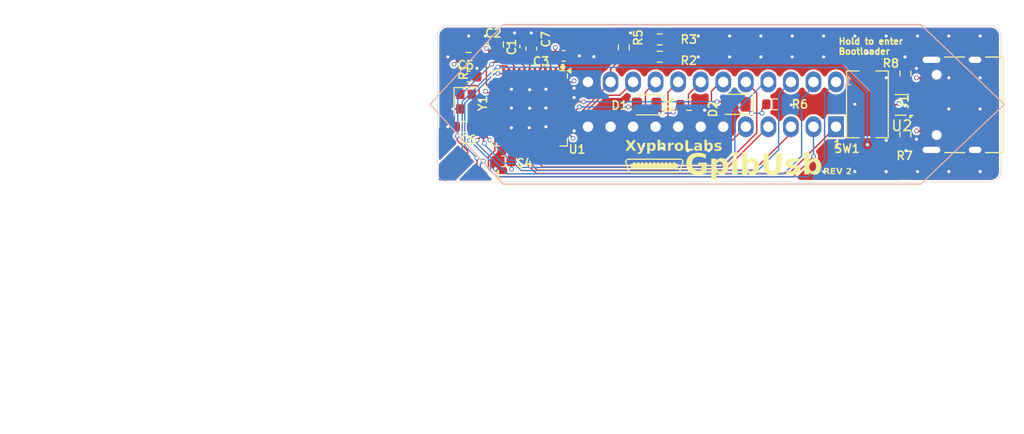
<source format=kicad_pcb>
(kicad_pcb (version 20241229) (generator "pcbnew") (generator_version "9.0")
  (layers (0 "F.Cu" signal) (4 "In1.Cu" signal) (6 "In2.Cu" signal) (2 "B.Cu" signal) (13 "F.Paste" user) (15 "B.Paste" user) (5 "F.SilkS" user "F.Silkscreen") (7 "B.SilkS" user "B.Silkscreen") (1 "F.Mask" user) (3 "B.Mask" user) (25 "Edge.Cuts" user))
  (net 0 "")
  (net 1 "Net-(U1-XTAL2)")
  (net 2 "GND")
  (net 3 "+5V")
  (net 4 "Net-(U1-XTAL1)")
  (net 5 "Net-(U1-UCAP)")
  (net 6 "Net-(D1-K)")
  (net 7 "/ATN")
  (net 8 "/SRQ")
  (net 9 "/IFC")
  (net 10 "/NDAC")
  (net 11 "/NRFD")
  (net 12 "/DAV")
  (net 13 "/REN")
  (net 14 "/EOI")
  (net 15 "/DIO8")
  (net 16 "/DIO4")
  (net 17 "/DIO7")
  (net 18 "/DIO3")
  (net 19 "/DIO6")
  (net 20 "/DIO2")
  (net 21 "/DIO5")
  (net 22 "/DIO1")
  (net 23 "/MOSI")
  (net 24 "Net-(D1-A)")
  (net 25 "/SCK")
  (net 26 "/MISO")
  (net 27 "Net-(ISP1-~{RST})")
  (net 28 "/USB_D-")
  (net 29 "/USB_D+")
  (net 35 "/D-")
  (net 36 "/D+")
  (net 37 "Net-(D2-K)")
  (net 38 "Net-(D2-A)")
  (net 41 "Net-(J1-CC1)")
  (net 42 "Net-(J1-CC2)")
  (net 43 "/MCU_D-")
  (net 44 "/MCU_D+")
  (footprint "Capacitor_SMD:C_0805_2012Metric" (layer "F.Cu") (at 185.6 76.8 90)
    (property "Reference" "C1")
    (property "Value" "4.7uF")
  )
  (footprint "Capacitor_SMD:C_0603_1608Metric" (layer "F.Cu") (at 187.4 77 90)
    (property "Reference" "C2")
    (property "Value" "100nF")
  )
  (footprint "Capacitor_SMD:C_0603_1608Metric" (layer "F.Cu") (at 189 77.2 90)
    (property "Reference" "C7")
    (property "Value" "1u")
  )
  (footprint "LED_SMD:LED_0805_2012Metric" (layer "F.Cu") (at 200.0504 82.6008 180)
    (property "Reference" "D1")
    (property "Value" "LED")
  )
  (footprint "Resistor_SMD:R_0603_1608Metric" (layer "F.Cu") (at 183 78.1)
    (property "Reference" "R1")
    (property "Value" "10k")
  )
  (footprint "Resistor_SMD:R_0603_1608Metric" (layer "F.Cu") (at 201.295 77.978)
    (property "Reference" "R2")
    (property "Value" "22R")
  )
  (footprint "Resistor_SMD:R_0603_1608Metric" (layer "F.Cu") (at 201.295 76.327)
    (property "Reference" "R3")
    (property "Value" "22R")
  )
  (footprint "Resistor_SMD:R_0603_1608Metric" (layer "F.Cu") (at 204.1144 82.6008)
    (property "Reference" "R4")
    (property "Value" "470R")
  )
  (footprint "Resistor_SMD:R_0603_1608Metric" (layer "F.Cu") (at 197.866 77.089 90)
    (property "Reference" "R5")
    (property "Value" "100k")
  )
  (footprint "Package_DFN_QFN:QFN-44-1EP_7x7mm_P0.5mm_EP5.2x5.2mm" (layer "F.Cu") (at 188.849 82.931 -90)
    (property "Reference" "U1")
    (property "Value" "ATmega32U4-MU")
  )
  (footprint "usbgpib-footprints:EdgeProg-ISP" (layer "F.Cu") (at 205.0912 90.1108)
    (property "Reference" "ISP1" (hide yes))
    (property "Value" "ISP")
  )
  (footprint "Capacitor_SMD:C_0603_1608Metric" (layer "F.Cu") (at 183.007 79.883)
    (property "Reference" "C5")
    (property "Value" "8pF")
  )
  (footprint "Capacitor_SMD:C_0603_1608Metric" (layer "F.Cu") (at 182.499 84.709 180)
    (property "Reference" "C6")
    (property "Value" "8pF")
  )
  (footprint "Crystal:Crystal_SMD_2016-4Pin_2.0x1.6mm" (layer "F.Cu") (at 182.753 82.296 -90)
    (property "Reference" "Y1")
    (property "Value" "CX2016DB16000D0WZRC1" (hide yes))
  )
  (footprint "Capacitor_SMD:C_0603_1608Metric" (layer "F.Cu") (at 192.1 77.9)
    (property "Reference" "C3")
    (property "Value" "100nF")
  )
  (footprint "Capacitor_SMD:C_0603_1608Metric" (layer "F.Cu") (at 186.309 88.011 180)
    (property "Reference" "C4")
    (property "Value" "100nF")
  )
  (footprint "Package_TO_SOT_SMD:SOT-666" (layer "F.Cu") (at 224.5 82.6 180)
    (property "Reference" "U2")
    (property "Value" "USBLC6-2P6")
  )
  (footprint "Fiducial:Fiducial_0.5mm_Mask1mm" (layer "F.Cu") (at 224.8916 89.154)
    (property "Reference" "FID1" (hide yes))
    (property "Value" "Fiducial")
  )
  (footprint "Fiducial:Fiducial_0.5mm_Mask1mm" (layer "F.Cu") (at 181.61 76.4032)
    (property "Reference" "FID2" (hide yes))
    (property "Value" "Fiducial")
  )
  (footprint "Connector_USB:USB_C_Receptacle_XKB_U262-16XN-4BVC11" (layer "F.Cu") (at 230.4412 82.5968 90)
    (property "Reference" "J1")
    (property "Value" "USB_C_Receptacle_USB2.0")
  )
  (footprint "Resistor_SMD:R_0603_1608Metric" (layer "F.Cu") (at 212.344 82.55)
    (property "Reference" "R6")
    (property "Value" "470R")
  )
  (footprint "LED_SMD:LED_0805_2012Metric" (layer "F.Cu") (at 208.5848 82.55 180)
    (property "Reference" "D2")
    (property "Value" "LED")
  )
  (footprint "Button_Switch_SMD:SW_Tactile_SPST_NO_Straight_CK_PTS636Sx25SMTRLFS" (layer "F.Cu") (at 221.2 82.55 -90)
    (property "Reference" "SW1")
    (property "Value" "SW_Push")
  )
  (footprint "Resistor_SMD:R_0603_1608Metric" (layer "F.Cu") (at 224.8408 85.425 -90)
    (property "Reference" "R7")
    (property "Value" "5k1")
  )
  (footprint "Resistor_SMD:R_0603_1608Metric" (layer "F.Cu") (at 224.8408 79.6036 -90)
    (property "Reference" "R8")
    (property "Value" "5k1")
  )
  (footprint "usbgpib-footprints:GPIB" (layer "B.Cu") (at 206.314 82.55 180)
    (property "Reference" "GPIB1" (hide yes))
    (property "Value" "111-024-113L001" (hide yes))
  )
  (gr_rect (start 200.339988 88.190605) (end 200.466988 88.698605) (stroke (width 0.15)) (fill no) (layer "F.SilkS"))
  (gr_rect (start 200.720988 88.190605) (end 200.847988 88.698605) (stroke (width 0.15)) (fill no) (layer "F.SilkS"))
  (gr_line (start 198.561988 89.079605) (end 203.006988 89.079605) (stroke (width 0.12)) (layer "F.SilkS"))
  (gr_arc (start 198.561988 89.079605) (mid 198.428452 89.04167) (end 198.334803 88.939197) (stroke (width 0.12)) (layer "F.SilkS"))
  (gr_rect (start 201.863988 88.190605) (end 201.990988 88.698605) (stroke (width 0.15)) (fill no) (layer "F.SilkS"))
  (gr_rect (start 198.561988 88.317605) (end 203.006988 88.571605) (stroke (width 0.12)) (fill yes) (layer "F.SilkS"))
  (gr_arc (start 203.274395 87.809605) (mid 203.454 87.884) (end 203.528395 88.063605) (stroke (width 0.12)) (layer "F.SilkS"))
  (gr_rect (start 199.196988 88.190605) (end 199.323988 88.698605) (stroke (width 0.15)) (fill no) (layer "F.SilkS"))
  (gr_rect (start 201.101988 88.190605) (end 201.228988 88.698605) (stroke (width 0.15)) (fill no) (layer "F.SilkS"))
  (gr_rect (start 201.482988 88.190605) (end 201.609988 88.698605) (stroke (width 0.15)) (fill no) (layer "F.SilkS"))
  (gr_circle (center 192.024 78.867) (end 192.024 78.867) (stroke (width 0.2)) (fill no) (layer "F.SilkS"))
  (gr_rect (start 199.958988 88.190605) (end 200.085988 88.698605) (stroke (width 0.15)) (fill no) (layer "F.SilkS"))
  (gr_rect (start 198.815988 88.190605) (end 198.942988 88.698605) (stroke (width 0.15)) (fill no) (layer "F.SilkS"))
  (gr_arc (start 203.234173 88.939197) (mid 203.140524 89.04167) (end 203.006988 89.079605) (stroke (width 0.12)) (layer "F.SilkS"))
  (gr_rect (start 202.244988 88.190605) (end 202.371988 88.698605) (stroke (width 0.15)) (fill no) (layer "F.SilkS"))
  (gr_line (start 198.053988 88.063605) (end 198.334803 88.939197) (stroke (width 0.12)) (layer "F.SilkS"))
  (gr_rect (start 202.625988 88.190605) (end 202.752988 88.698605) (stroke (width 0.15)) (fill no) (layer "F.SilkS"))
  (gr_circle (center 192.024 78.994) (end 192.151 78.994) (stroke (width 0.25)) (fill no) (layer "F.SilkS"))
  (gr_arc (start 198.053988 88.063605) (mid 198.128383 87.884) (end 198.307988 87.809605) (stroke (width 0.12)) (layer "F.SilkS"))
  (gr_line (start 203.234173 88.939197) (end 203.528395 88.063605) (stroke (width 0.12)) (layer "F.SilkS"))
  (gr_rect (start 199.577988 88.190605) (end 199.704988 88.698605) (stroke (width 0.15)) (fill no) (layer "F.SilkS"))
  (gr_line (start 203.260988 87.809605) (end 198.307988 87.809605) (stroke (width 0.12)) (layer "F.SilkS"))
  (gr_line (start 234 76) (end 234 89) (stroke (width 0.05)) (layer "Edge.Cuts"))
  (gr_line (start 180 89) (end 180 87.75) (stroke (width 0.05)) (layer "Edge.Cuts"))
  (gr_line (start 180 76) (end 180 77) (stroke (width 0.05)) (layer "Edge.Cuts"))
  (gr_line (start 180 87.75) (end 180 77) (stroke (width 0.05)) (layer "Edge.Cuts"))
  (gr_line (start 181 75) (end 233 75) (stroke (width 0.05)) (layer "Edge.Cuts"))
  (gr_line (start 233 90) (end 181 90) (stroke (width 0.05)) (layer "Edge.Cuts"))
  (gr_arc (start 234 89) (mid 233.707107 89.707107) (end 233 90) (stroke (width 0.05)) (layer "Edge.Cuts"))
  (gr_arc (start 181 90) (mid 180.292893 89.707107) (end 180 89) (stroke (width 0.05)) (layer "Edge.Cuts"))
  (gr_arc (start 233 75) (mid 233.707107 75.292893) (end 234 76) (stroke (width 0.05)) (layer "Edge.Cuts"))
  (gr_arc (start 180 76) (mid 180.292893 75.292893) (end 181 75) (stroke (width 0.05)) (layer "Edge.Cuts"))
  (gr_text "GpibUsb" (at 203.708 89.6112 0) (layer "F.SilkS") (effects (font (size 2 2)) (justify left bottom)))
  (gr_text "1" (at 185.3692 89.8144 0) (layer "F.SilkS") (effects (font (size 0.8 0.8)) (justify left bottom)))
  (gr_text "Hold to enter\nBootloader" (at 218.3638 77.8256 0) (layer "F.SilkS") (effects (font (size 0.6 0.6)) (justify left bottom)))
  (gr_text "1" (at 217.8558 86.8426 0) (layer "F.SilkS") (effects (font (size 0.8 0.8)) (justify left bottom)))
  (gr_text "XyphroLabs" (at 197.993 87.1728 0) (layer "F.SilkS") (effects (font (size 1 1)) (justify left bottom)))
  (gr_text "REV 2" (at 216.9668 89.3572 0) (layer "F.SilkS") (effects (font (size 0.6 0.6)) (justify left bottom)))
  (gr_text "1" (at 219.837 80.772 0) (layer "B.SilkS") (effects (font (size 0.8 0.8)) (justify left bottom mirror)))
  (segment (start 182.203 81.596) (end 182.203 80.75) (width 0.127) (layer "F.Cu") (net 1))
  (segment (start 184 81) (end 183.75 80.75) (width 0.127) (layer "F.Cu") (net 1))
  (segment (start 184 81.443097) (end 184 81) (width 0.127) (layer "F.Cu") (net 1))
  (segment (start 184.987903 82.431) (end 184 81.443097) (width 0.127) (layer "F.Cu") (net 1))
  (segment (start 182.203 80.75) (end 182.203 79.912) (width 0.127) (layer "F.Cu") (net 1))
  (segment (start 183.75 80.75) (end 182.203 80.75) (width 0.127) (layer "F.Cu") (net 1))
  (segment (start 182.203 79.912) (end 182.232 79.883) (width 0.1524) (layer "F.Cu") (net 1))
  (segment (start 185.5115 82.431) (end 184.987903 82.431) (width 0.127) (layer "F.Cu") (net 1))
  (segment (start 188.849 82.931) (end 188.849 84.751) (width 0.127) (layer "F.Cu") (net 2))
  (segment (start 226.7712 79.2468) (end 226.0468 79.2468) (width 0.127) (layer "F.Cu") (net 2))
  (segment (start 188.849 82.931) (end 187.1 84.68) (width 0.127) (layer "F.Cu") (net 2))
  (segment (start 188.849 82.849) (end 188.849 82.349) (width 0.127) (layer "F.Cu") (net 2))
  (segment (start 213.169 82.55) (end 213.85 82.55) (width 0.127) (layer "F.Cu") (net 2))
  (segment (start 224.9 82.6) (end 224.8 82.7) (width 0.127) (layer "F.Cu") (net 2))
  (segment (start 189 76.425) (end 189 75.7) (width 0.127) (layer "F.Cu") (net 2))
  (segment (start 188.849 82.849) (end 188.849 82.9) (width 0.127) (layer "F.Cu") (net 2))
  (segment (start 188.849 81.151) (end 188.9 81.1) (width 0.127) (layer "F.Cu") (net 2))
  (segment (start 183.782 79.883) (end 183.782 79.118) (width 0.127) (layer "F.Cu") (net 2))
  (segment (start 188.849 82.149) (end 188.7 82) (width 0.127) (layer "F.Cu") (net 2))
  (segment (start 225.9468 85.9468) (end 225.9 85.9) (width 0.127) (layer "F.Cu") (net 2))
  (segment (start 192.1865 84.931) (end 192.931 84.931) (width 0.127) (layer "F.Cu") (net 2))
  (segment (start 188.849 82.849) (end 188.849 81.151) (width 0.127) (layer "F.Cu") (net 2))
  (segment (start 188.849 81.449) (end 188.7 81.3) (width 0.127) (layer "F.Cu") (net 2))
  (segment (start 188.849 82.849) (end 188.849 81.249) (width 0.127) (layer "F.Cu") (net 2))
  (segment (start 197.866 76.264) (end 197.936 76.264) (width 0.127) (layer "F.Cu") (net 2))
  (segment (start 188.849 82.931) (end 188.849 83.149) (width 0.127) (layer "F.Cu") (net 2))
  (segment (start 221.2 78.675) (end 221.2 77.6) (width 0.127) (layer "F.Cu") (net 2))
  (segment (start 224.8408 86.9408) (end 224.9 87) (width 0.127) (layer "F.Cu") (net 2))
  (segment (start 224.8408 86.25) (end 224.8408 86.9408) (width 0.127) (layer "F.Cu") (net 2))
  (segment (start 190.369 82.931) (end 190.4 82.9) (width 0.127) (layer "F.Cu") (net 2))
  (segment (start 224.8408 78.7786) (end 224.8408 78.0408) (width 0.127) (layer "F.Cu") (net 2))
  (segment (start 205.1008 82.6008) (end 205.6 83.1) (width 0.127) (layer "F.Cu") (net 2))
  (segment (start 188.849 82.349) (end 188.7 82.2) (width 0.127) (layer "F.Cu") (net 2))
  (segment (start 188.849 82.849) (end 187.1 81.1) (width 0.127) (layer "F.Cu") (net 2))
  (segment (start 204.9394 82.6008) (end 205.1008 82.6008) (width 0.127) (layer "F.Cu") (net 2))
  (segment (start 185.534 88.011) (end 185.534 88.684) (width 0.127) (layer "F.Cu") (net 2))
  (segment (start 188.849 82.549) (end 188.7 82.4) (width 0.127) (layer "F.Cu") (net 2))
  (segment (start 193.069 81.931) (end 193.1 81.9) (width 0.127) (layer "F.Cu") (net 2))
  (segment (start 184.65 76.05) (end 184.6 76) (width 0.127) (layer "F.Cu") (net 2))
  (segment (start 188.849 82.849) (end 188.849 82.149) (width 0.127) (layer "F.Cu") (net 2))
  (segment (start 188.849 82.849) (end 188.849 81.949) (width 0.127) (layer "F.Cu") (net 2))
  (segment (start 181.724 84.709) (end 181.009 84.709) (width 0.127) (layer "F.Cu") (net 2))
  (segment (start 192.931 84.931) (end 193.1 85.1) (width 0.127) (layer "F.Cu") (net 2))
  (segment (start 188.849 82.849) (end 188.849 81.449) (width 0.127) (layer "F.Cu") (net 2))
  (segment (start 188.849 82.931) (end 190.369 82.931) (width 0.127) (layer "F.Cu") (net 2))
  (segment (start 188.849 81.949) (end 188.7 81.8) (width 0.127) (layer "F.Cu") (net 2))
  (segment (start 225.425 82.6) (end 224.9 82.6) (width 0.127) (layer "F.Cu") (net 2))
  (segment (start 197.936 76.264) (end 198.5 75.7) (width 0.127) (layer "F.Cu") (net 2))
  (segment (start 181.009 84.709) (end 181 84.7) (width 0.127) (layer "F.Cu") (net 2))
  (segment (start 213.85 82.55) (end 213.9 82.6) (width 0.127) (layer "F.Cu") (net 2))
  (segment (start 187.4 76.225) (end 187.4 75.7) (width 0.127) (layer "F.Cu") (net 2))
  (segment (start 226.0468 79.2468) (end 225.9 79.1) (width 0.127) (layer "F.Cu") (net 2))
  (segment (start 193.031 80.931) (end 193.1 81) (width 0.127) (layer "F.Cu") (net 2))
  (segment (start 188.849 84.751) (end 188.8 84.8) (width 0.127) (layer "F.Cu") (net 2))
  (segment (start 188.849 82.849) (end 188.849 82.549) (width 0.127) (layer "F.Cu") (net 2))
  (segment (start 226.7712 85.9468) (end 225.9468 85.9468) (width 0.127) (layer "F.Cu") (net 2))
  (segment (start 188.849 81.151) (end 188.85 81.15) (width 0.127) (layer "F.Cu") (net 2))
  (segment (start 192.1865 81.931) (end 193.069 81.931) (width 0.127) (layer "F.Cu") (net 2))
  (segment (start 188.818 82.9) (end 187.1 82.9) (width 0.127) (layer "F.Cu") (net 2))
  (segment (start 188.849 82.849) (end 188.849 81.649) (width 0.127) (layer "F.Cu") (net 2))
  (segment (start 185.534 88.684) (end 185.575 88.725) (width 0.127) (layer "F.Cu") (net 2))
  (segment (start 185.6 75.85) (end 185.4 76.05) (width 0.127) (layer "F.Cu") (net 2))
  (segment (start 181.504 82.996) (end 181.5 83) (width 0.127) (layer "F.Cu") (net 2))
  (segment (start 183.782 79.118) (end 183.8 79.1) (width 0.127) (layer "F.Cu") (net 2))
  (segment (start 188.849 82.931) (end 190.4 81.38) (width 0.127) (layer "F.Cu") (net 2))
  (segment (start 185.4 76.05) (end 184.65 76.05) (width 0.127) (layer "F.Cu") (net 2))
  (segment (start 186.349 86.2685) (end 186.349 85.431) (width 0.127) (layer "F.Cu") (net 2))
  (segment (start 224.8408 78.0408) (end 224.8 78) (width 0.127) (layer "F.Cu") (net 2))
  (segment (start 186.349 86.2685) (end 186.349 87.196) (width 0.127) (layer "F.Cu") (net 2))
  (segment (start 187.1 84.68) (end 187.1 84.8) (width 0.127) (layer "F.Cu") (net 2))
  (segment (start 188.849 83.149) (end 190.4 84.7) (width 0.127) (layer "F.Cu") (net 2))
  (segment (start 188.849 82.931) (end 188.849 81.151) (width 0.127) (layer "F.Cu") (net 2))
  (segment (start 188.849 81.649) (end 188.7 81.5) (width 0.127) (layer "F.Cu") (net 2))
  (segment (start 188.849 81.249) (end 188.8 81.2) (width 0.127) (layer "F.Cu") (net 2))
  (segment (start 182.203 82.996) (end 181.504 82.996) (width 0.127) (layer "F.Cu") (net 2))
  (segment (start 188.849 82.931) (end 188.818 82.9) (width 0.127) (layer "F.Cu") (net 2))
  (segment (start 190.4 81.38) (end 190.4 81.1) (width 0.127) (layer "F.Cu") (net 2))
  (segment (start 226.7712 79.5468) (end 226.7712 79.2468) (width 0.127) (layer "F.Cu") (net 2))
  (segment (start 186.349 87.196) (end 185.534 88.011) (width 0.127) (layer "F.Cu") (net 2))
  (segment (start 188.849 82.931) (end 188.849 82.849) (width 0.127) (layer "F.Cu") (net 2))
  (segment (start 186.349 85.431) (end 188.849 82.931) (width 0.127) (layer "F.Cu") (net 2))
  (segment (start 183.303 81.596) (end 183.907 82.2) (width 0.127) (layer "F.Cu") (net 2))
  (segment (start 192.1865 80.931) (end 193.031 80.931) (width 0.127) (layer "F.Cu") (net 2))
  (segment (start 183.907 82.2) (end 184.1 82.2) (width 0.127) (layer "F.Cu") (net 2))
  (segment (start 192.875 77.9) (end 193.6 77.9) (width 0.127) (layer "F.Cu") (net 2))
  (via (at 190.4 81.1) (size 0.45) (drill 0.3) (layers "F.Cu" "B.Cu") (net 2))
  (via (at 223 80) (size 0.45) (drill 0.3) (layers "F.Cu" "B.Cu") (net 2))
  (via (at 187.1 84.8) (size 0.45) (drill 0.3) (layers "F.Cu" "B.Cu") (net 2))
  (via (at 223 76) (size 0.45) (drill 0.3) (layers "F.Cu" "B.Cu") (net 2))
  (via (at 188.85 81.15) (size 0.45) (drill 0.3) (layers "F.Cu" "B.Cu") (net 2))
  (via (at 224.9 87) (size 0.45) (drill 0.3) (layers "F.Cu" "B.Cu") (net 2))
  (via (at 181 84.7) (size 0.45) (drill 0.3) (layers "F.Cu" "B.Cu") (net 2))
  (via (at 183 76) (size 0.45) (drill 0.3) (layers "F.Cu" "B.Cu") (net 2))
  (via (at 187.4 75.7) (size 0.45) (drill 0.3) (layers "F.Cu" "B.Cu") (net 2))
  (via (at 208 78) (size 0.45) (drill 0.3) (layers "F.Cu" "B.Cu") (net 2))
  (via (at 206 87) (size 0.45) (drill 0.3) (layers "F.Cu" "B.Cu") (net 2))
  (via (at 229 89) (size 0.45) (drill 0.3) (layers "F.Cu" "B.Cu") (net 2))
  (via (at 232 80) (size 0.45) (drill 0.3) (layers "F.Cu" "B.Cu") (net 2))
  (via (at 214 78) (size 0.45) (drill 0.3) (layers "F.Cu" "B.Cu") (net 2))
  (via (at 226 89) (size 0.45) (drill 0.3) (layers "F.Cu" "B.Cu") (net 2))
  (via (at 232 89) (size 0.45) (drill 0.3) (layers "F.Cu" "B.Cu") (net 2))
  (via (at 223 86) (size 0.45) (drill 0.3) (layers "F.Cu" "B.Cu") (net 2))
  (via (at 226 76) (size 0.45) (drill 0.3) (layers "F.Cu" "B.Cu") (net 2))
  (via (at 229 83) (size 0.45) (drill 0.3) (layers "F.Cu" "B.Cu") (net 2))
  (via (at 220 82.55) (size 0.45) (drill 0.3) (layers "F.Cu" "B.Cu") (net 2))
  (via (at 198.5 75.7) (size 0.45) (drill 0.3) (layers "F.Cu" "B.Cu") (net 2))
  (via (at 181.5 83) (size 0.45) (drill 0.3) (layers "F.Cu" "B.Cu") (net 2))
  (via (at 213.9 82.6) (size 0.45) (drill 0.3) (layers "F.Cu" "B.Cu") (net 2))
  (via (at 188.8 84.8) (size 0.45) (drill 0.3) (layers "F.Cu" "B.Cu") (net 2))
  (via (at 223 89) (size 0.45) (drill 0.3) (layers "F.Cu" "B.Cu") (net 2))
  (via (at 193.1 85.1) (size 0.45) (drill 0.3) (layers "F.Cu" "B.Cu") (net 2))
  (via (at 225.9 85.9) (size 0.45) (drill 0.3) (layers "F.Cu" "B.Cu") (net 2))
  (via (at 193.6 77.9) (size 0.45) (drill 0.3) (layers "F.Cu" "B.Cu") (net 2))
  (via (at 208 76) (size 0.45) (drill 0.3) (layers "F.Cu" "B.Cu") (net 2))
  (via (at 205.6 83.1) (size 0.45) (drill 0.3) (layers "F.Cu" "B.Cu") (net 2))
  (via (at 187.1 81.1) (size 0.45) (drill 0.3) (layers "F.Cu" "B.Cu") (net 2))
  (via (at 201.5 86.75) (size 0.45) (drill 0.3) (layers "F.Cu" "B.Cu") (net 2))
  (via (at 190.4 82.9) (size 0.45) (drill 0.3) (layers "F.Cu" "B.Cu") (net 2))
  (via (at 217 76) (size 0.45) (drill 0.3) (layers "F.Cu" "B.Cu") (net 2))
  (via (at 229 80) (size 0.45) (drill 0.3) (layers "F.Cu" "B.Cu") (net 2))
  (via (at 211 76) (size 0.45) (drill 0.3) (layers "F.Cu" "B.Cu") (net 2))
  (via (at 190.4 84.7) (size 0.45) (drill 0.3) (layers "F.Cu" "B.Cu") (net 2))
  (via (at 205 76) (size 0.45) (drill 0.3) (layers "F.Cu" "B.Cu") (net 2))
  (via (at 205 78) (size 0.45) (drill 0.3) (layers "F.Cu" "B.Cu") (net 2))
  (via (at 224.8 82.7) (size 0.45) (drill 0.3) (layers "F.Cu" "B.Cu") (net 2))
  (via (at 217 78) (size 0.45) (drill 0.3) (layers "F.Cu" "B.Cu") (net 2))
  (via (at 188.849 82.931) (size 0.45) (drill 0.3) (layers "F.Cu" "B.Cu") (net 2))
  (via (at 225.9 79.1) (size 0.45) (drill 0.3) (layers "F.Cu" "B.Cu") (net 2))
  (via (at 232 83) (size 0.45) (drill 0.3) (layers "F.Cu" "B.Cu") (net 2))
  (via (at 220 76) (size 0.45) (drill 0.3) (layers "F.Cu" "B.Cu") (net 2))
  (via (at 232 76) (size 0.45) (drill 0.3) (layers "F.Cu" "B.Cu") (net 2))
  (via (at 184.6 76) (size 0.45) (drill 0.3) (layers "F.Cu" "B.Cu") (net 2))
  (via (at 214 76) (size 0.45) (drill 0.3) (layers "F.Cu" "B.Cu") (net 2))
  (via (at 193.1 81) (size 0.45) (drill 0.3) (layers "F.Cu" "B.Cu") (net 2))
  (via (at 189 75.7) (size 0.45) (drill 0.3) (layers "F.Cu" "B.Cu") (net 2))
  (via (at 211 78) (size 0.45) (drill 0.3) (layers "F.Cu" "B.Cu") (net 2))
  (via (at 184.1 82.2) (size 0.45) (drill 0.3) (layers "F.Cu" "B.Cu") (net 2))
  (via (at 185.575 88.725) (size 0.45) (drill 0.3) (layers "F.Cu" "B.Cu") (net 2))
  (via (at 204 87) (size 0.45) (drill 0.3) (layers "F.Cu" "B.Cu") (net 2))
  (via (at 199.75 86.5) (size 0.45) (drill 0.3) (layers "F.Cu" "B.Cu") (net 2))
  (via (at 217 89) (size 0.45) (drill 0.3) (layers "F.Cu" "B.Cu") (net 2))
  (via (at 181 78) (size 0.45) (drill 0.3) (layers "F.Cu" "B.Cu") (net 2))
  (via (at 221.2 77.6) (size 0.45) (drill 0.3) (layers "F.Cu" "B.Cu") (net 2))
  (via (at 220 89) (size 0.45) (drill 0.3) (layers "F.Cu" "B.Cu") (net 2))
  (via (at 183.8 79.1) (size 0.45) (drill 0.3) (layers "F.Cu" "B.Cu") (net 2))
  (via (at 193.1 81.9) (size 0.45) (drill 0.3) (layers "F.Cu" "B.Cu") (net 2))
  (via (at 224.8 78) (size 0.45) (drill 0.3) (layers "F.Cu" "B.Cu") (net 2))
  (via (at 229 76) (size 0.45) (drill 0.3) (layers "F.Cu" "B.Cu") (net 2))
  (via (at 195 77.978) (size 0.45) (drill 0.3) (layers "F.Cu" "B.Cu") (net 2))
  (via (at 187.1 82.9) (size 0.45) (drill 0.3) (layers "F.Cu" "B.Cu") (net 2))
  (segment (start 180.3052 85.3948) (end 180.7912 85.8808) (width 0.127) (layer "B.Cu") (net 2))
  (segment (start 181 84.7) (end 180.3052 85.3948) (width 0.127) (layer "B.Cu") (net 2))
  (segment (start 187.084 88.011) (end 187.084 88.733844) (width 0.127) (layer "F.Cu") (net 3))
  (segment (start 192.631 85.431) (end 193 85.8) (width 0.127) (layer "F.Cu") (net 3))
  (segment (start 226.7712 80.0468) (end 225.9468 80.0468) (width 0.127) (layer "F.Cu") (net 3))
  (segment (start 192.1865 80.431) (end 192.969 80.431) (width 0.127) (layer "F.Cu") (net 3))
  (segment (start 225.9468 85.1468) (end 225.9 85.1) (width 0.127) (layer "F.Cu") (net 3))
  (segment (start 185.5115 81.431) (end 184.731 81.431) (width 0.127) (layer "F.Cu") (net 3))
  (segment (start 223.575 82.6) (end 224.08758 82.6) (width 0.127) (layer "F.Cu") (net 3))
  (segment (start 191.325 77.9) (end 191.325 77.125) (width 0.127) (layer "F.Cu") (net 3))
  (segment (start 185.25 77.75) (end 184.7 77.2) (width 0.127) (layer "F.Cu") (net 3))
  (segment (start 187.375 77.775) (end 187.2 77.95) (width 0.127) (layer "F.Cu") (net 3))
  (segment (start 187.2 77.95) (end 185.8 77.95) (width 0.127) (layer "F.Cu") (net 3))
  (segment (start 186.849 87.776) (end 187.084 88.011) (width 0.127) (layer "F.Cu") (net 3))
  (segment (start 226.7712 85.1468) (end 225.9468 85.1468) (width 0.127) (layer "F.Cu") (net 3))
  (segment (start 186.849 86.2685) (end 186.849 87.776) (width 0.127) (layer "F.Cu") (net 3))
  (segment (start 185.6 77.75) (end 185.25 77.75) (width 0.127) (layer "F.Cu") (net 3))
  (segment (start 184.731 81.431) (end 184.6 81.3) (width 0.127) (layer "F.Cu") (net 3))
  (segment (start 190.849 79.5935) (end 190.849 78.376) (width 0.127) (layer "F.Cu") (net 3))
  (segment (start 185.8 77.95) (end 185.6 77.75) (width 0.127) (layer "F.Cu") (net 3))
  (segment (start 191.325 77.125) (end 191.3 77.1) (width 0.127) (layer "F.Cu") (net 3))
  (segment (start 190.849 78.376) (end 191.325 77.9) (width 0.127) (layer "F.Cu") (net 3))
  (segment (start 224.08758 82.6) (end 224.2197 82.46788) (width 0.127) (layer "F.Cu") (net 3))
  (segment (start 188.349 78.924) (end 187.4 77.975) (width 0.127) (layer "F.Cu") (net 3))
  (segment (start 187.4 77.975) (end 187.4 77.775) (width 0.127) (layer "F.Cu") (net 3))
  (segment (start 225.9468 80.0468) (end 225.9 80) (width 0.127) (layer "F.Cu") (net 3))
  (segment (start 182.175 78.1) (end 182.175 78.125) (width 0.127) (layer "F.Cu") (net 3))
  (segment (start 188.349 79.5935) (end 188.349 78.924) (width 0.127) (layer "F.Cu") (net 3))
  (segment (start 187.4 77.775) (end 187.375 77.775) (width 0.127) (layer "F.Cu") (net 3))
  (segment (start 192.1865 85.431) (end 192.631 85.431) (width 0.127) (layer "F.Cu") (net 3))
  (segment (start 187.084 88.733844) (end 187.103796 88.75364) (width 0.127) (layer "F.Cu") (net 3))
  (segment (start 192.969 80.431) (end 193.1 80.3) (width 0.127) (layer "F.Cu") (net 3))
  (segment (start 182.175 78.125) (end 181.6 78.7) (width 0.127) (layer "F.Cu") (net 3))
  (via (at 184.6 81.3) (size 0.45) (drill 0.3) (layers "F.Cu" "B.Cu") (net 3))
  (via (at 191.3 77.1) (size 0.45) (drill 0.3) (layers "F.Cu" "B.Cu") (net 3))
  (via (at 181.6 78.7) (size 0.45) (drill 0.3) (layers "F.Cu" "B.Cu") (net 3))
  (via (at 224.2197 82.46788) (size 0.45) (drill 0.3) (layers "F.Cu" "B.Cu") (net 3))
  (via (at 187.103796 88.75364) (size 0.45) (drill 0.3) (layers "F.Cu" "B.Cu") (net 3))
  (via (at 225.9 85.1) (size 0.45) (drill 0.3) (layers "F.Cu" "B.Cu") (net 3))
  (via (at 225.9 80) (size 0.45) (drill 0.3) (layers "F.Cu" "B.Cu") (net 3))
  (via (at 184.4 88) (size 0.45) (drill 0.3) (layers "F.Cu" "B.Cu") (net 3))
  (via (at 193.1 80.3) (size 0.45) (drill 0.3) (layers "F.Cu" "B.Cu") (net 3))
  (via (at 184.7 77.2) (size 0.45) (drill 0.3) (layers "F.Cu" "B.Cu") (net 3))
  (via (at 193 85.8) (size 0.45) (drill 0.3) (layers "F.Cu" "B.Cu") (net 3))
  (segment (start 184.1212 89.2108) (end 184.1212 88.2788) (width 0.127) (layer "B.Cu") (net 3))
  (segment (start 184.1212 88.2788) (end 184.4 88) (width 0.127) (layer "B.Cu") (net 3))
  (segment (start 183.274 83.85) (end 183.274 83.025) (width 0.127) (layer "F.Cu") (net 4))
  (segment (start 185.5115 82.931) (end 183.368 82.931) (width 0.127) (layer "F.Cu") (net 4))
  (segment (start 183.274 84.709) (end 183.274 83.85) (width 0.127) (layer "F.Cu") (net 4))
  (segment (start 183.368 82.931) (end 183.303 82.996) (width 0.127) (layer "F.Cu") (net 4))
  (segment (start 183.274 83.025) (end 183.303 82.996) (width 0.127) (layer "F.Cu") (net 4))
  (segment (start 188.849 78.126) (end 189 77.975) (width 0.127) (layer "F.Cu") (net 5))
  (segment (start 188.849 79.5935) (end 188.849 78.126) (width 0.127) (layer "F.Cu") (net 5))
  (segment (start 202.6 83.2902) (end 203.2894 82.6008) (width 0.127) (layer "F.Cu") (net 6))
  (segment (start 200.9879 82.7879) (end 201.6 83.4) (width 0.127) (layer "F.Cu") (net 6))
  (segment (start 202.6 83.3) (end 202.6 83.2902) (width 0.127) (layer "F.Cu") (net 6))
  (segment (start 200.9879 82.6008) (end 200.9879 82.7879) (width 0.127) (layer "F.Cu") (net 6))
  (via (at 201.6 83.4) (size 0.45) (drill 0.3) (layers "F.Cu" "B.Cu") (net 6))
  (via (at 202.6 83.3) (size 0.45) (drill 0.3) (layers "F.Cu" "B.Cu") (net 6))
  (segment (start 201.6 83.4) (end 202.5 83.4) (width 0.127) (layer "B.Cu") (net 6))
  (segment (start 202.5 83.4) (end 202.6 83.3) (width 0.127) (layer "B.Cu") (net 6))
  (segment (start 196.594 79.186) (end 197.866 77.914) (width 0.127) (layer "F.Cu") (net 7))
  (segment (start 196.594 80.405) (end 196.594 79.186) (width 0.127) (layer "F.Cu") (net 7))
  (segment (start 196.594 80.468584) (end 196.594 80.405) (width 0.127) (layer "F.Cu") (net 7))
  (segment (start 192.1865 83.931) (end 193.131584 83.931) (width 0.127) (layer "F.Cu") (net 7))
  (segment (start 193.131584 83.931) (end 196.594 80.468584) (width 0.127) (layer "F.Cu") (net 7))
  (segment (start 193.062636 84.431) (end 195.818636 81.675) (width 0.127) (layer "F.Cu") (net 8))
  (segment (start 197.484 81.675) (end 198.754 80.405) (width 0.127) (layer "F.Cu") (net 8))
  (segment (start 192.1865 84.431) (end 193.062636 84.431) (width 0.127) (layer "F.Cu") (net 8))
  (segment (start 195.818636 81.675) (end 197.484 81.675) (width 0.127) (layer "F.Cu") (net 8))
  (segment (start 199.9344 81.3846) (end 200.914 80.405) (width 0.127) (layer "F.Cu") (net 9))
  (segment (start 198.815864 86.2685) (end 199.9344 85.149964) (width 0.127) (layer "F.Cu") (net 9))
  (segment (start 191.349 86.2685) (end 198.815864 86.2685) (width 0.127) (layer "F.Cu") (net 9))
  (segment (start 199.9344 85.149964) (end 199.9344 81.3846) (width 0.127) (layer "F.Cu") (net 9))
  (segment (start 190.849 86.720824) (end 191.163776 87.0356) (width 0.127) (layer "F.Cu") (net 10))
  (segment (start 202.0944 85.149964) (end 202.0944 81.3846) (width 0.127) (layer "F.Cu") (net 10))
  (segment (start 202.0944 81.3846) (end 203.074 80.405) (width 0.127) (layer "F.Cu") (net 10))
  (segment (start 200.208764 87.0356) (end 202.0944 85.149964) (width 0.127) (layer "F.Cu") (net 10))
  (segment (start 190.849 86.2685) (end 190.849 86.720824) (width 0.127) (layer "F.Cu") (net 10))
  (segment (start 191.163776 87.0356) (end 200.208764 87.0356) (width 0.127) (layer "F.Cu") (net 10))
  (segment (start 190.349 86.805999) (end 190.883401 87.3404) (width 0.127) (layer "F.Cu") (net 11))
  (segment (start 202.063964 87.3404) (end 204.0536 85.350764) (width 0.127) (layer "F.Cu") (net 11))
  (segment (start 190.349 86.2685) (end 190.349 86.805999) (width 0.127) (layer "F.Cu") (net 11))
  (segment (start 204.0536 85.350764) (end 204.0536 81.5854) (width 0.127) (layer "F.Cu") (net 11))
  (segment (start 204.0536 81.5854) (end 205.234 80.405) (width 0.127) (layer "F.Cu") (net 11))
  (segment (start 190.883401 87.3404) (end 202.063964 87.3404) (width 0.127) (layer "F.Cu") (net 11))
  (segment (start 206.2615 81.2875) (end 207.144 80.405) (width 0.127) (layer "F.Cu") (net 12))
  (segment (start 190.688201 87.6452) (end 204.119964 87.6452) (width 0.127) (layer "F.Cu") (net 12))
  (segment (start 189.849 86.2685) (end 189.849 86.805999) (width 0.127) (layer "F.Cu") (net 12))
  (segment (start 207.144 80.405) (end 207.394 80.405) (width 0.127) (layer "F.Cu") (net 12))
  (segment (start 189.849 86.805999) (end 190.688201 87.6452) (width 0.127) (layer "F.Cu") (net 12))
  (segment (start 206.2615 85.503664) (end 206.2615 81.2875) (width 0.127) (layer "F.Cu") (net 12))
  (segment (start 204.119964 87.6452) (end 206.2615 85.503664) (width 0.127) (layer "F.Cu") (net 12))
  (segment (start 189.349 86.2685) (end 189.349 86.805999) (width 0.127) (layer "F.Cu") (net 13))
  (segment (start 206.299 87.95) (end 209.554 84.695) (width 0.127) (layer "F.Cu") (net 13))
  (segment (start 190.493001 87.95) (end 206.299 87.95) (width 0.127) (layer "F.Cu") (net 13))
  (segment (start 189.349 86.805999) (end 190.493001 87.95) (width 0.127) (layer "F.Cu") (net 13))
  (segment (start 188.849 86.2685) (end 188.849 86.805999) (width 0.127) (layer "F.Cu") (net 14))
  (segment (start 188.849 86.805999) (end 190.297801 88.2548) (width 0.127) (layer "F.Cu") (net 14))
  (segment (start 207.629564 88.2548) (end 210.6 85.284364) (width 0.127) (layer "F.Cu") (net 14))
  (segment (start 210.6 81.451) (end 209.554 80.405) (width 0.127) (layer "F.Cu") (net 14))
  (segment (start 210.6 85.284364) (end 210.6 81.451) (width 0.127) (layer "F.Cu") (net 14))
  (segment (start 190.297801 88.2548) (end 207.629564 88.2548) (width 0.127) (layer "F.Cu") (net 14))
  (segment (start 190.102601 88.5596) (end 207.8494 88.5596) (width 0.127) (layer "F.Cu") (net 15))
  (segment (start 188.349 86.805999) (end 190.102601 88.5596) (width 0.127) (layer "F.Cu") (net 15))
  (segment (start 207.8494 88.5596) (end 211.714 84.695) (width 0.127) (layer "F.Cu") (net 15))
  (segment (start 188.349 86.2685) (end 188.349 86.805999) (width 0.127) (layer "F.Cu") (net 15))
  (segment (start 184.7825 85.122501) (end 184.7825 85.725004) (width 0.127) (layer "F.Cu") (net 16))
  (segment (start 184.974001 84.931) (end 184.7825 85.122501) (width 0.127) (layer "F.Cu") (net 16))
  (segment (start 185.5115 84.931) (end 184.974001 84.931) (width 0.127) (layer "F.Cu") (net 16))
  (segment (start 184.7825 85.725004) (end 185.035935 85.978439) (width 0.127) (layer "F.Cu") (net 16))
  (via (at 185.035935 85.978439) (size 0.45) (drill 0.3) (layers "F.Cu" "B.Cu") (net 16))
  (segment (start 187.4 87.9) (end 188.1 88.6) (width 0.127) (layer "B.Cu") (net 16))
  (segment (start 211.395 80.405) (end 211.714 80.405) (width 0.127) (layer "B.Cu") (net 16))
  (segment (start 185.035935 85.978439) (end 186.957496 87.9) (width 0.127) (layer "B.Cu") (net 16))
  (segment (start 186.957496 87.9) (end 187.4 87.9) (width 0.127) (layer "B.Cu") (net 16))
  (segment (start 188.1 88.6) (end 207.2 88.6) (width 0.127) (layer "B.Cu") (net 16))
  (segment (start 208.5 87.3) (end 208.5 83.3) (width 0.127) (layer "B.Cu") (net 16))
  (segment (start 207.2 88.6) (end 208.5 87.3) (width 0.127) (layer "B.Cu") (net 16))
  (segment (start 208.5 83.3) (end 211.395 80.405) (width 0.127) (layer "B.Cu") (net 16))
  (segment (start 213.874 85.326) (end 213.874 84.695) (width 0.127) (layer "F.Cu") (net 17))
  (segment (start 210.3356 88.8644) (end 213.874 85.326) (width 0.127) (layer "F.Cu") (net 17))
  (segment (start 189.5894 88.8644) (end 210.3356 88.8644) (width 0.127) (layer "F.Cu") (net 17))
  (segment (start 187.849 87.124) (end 189.5894 88.8644) (width 0.127) (layer "F.Cu") (net 17))
  (segment (start 187.849 86.2685) (end 187.849 87.124) (width 0.127) (layer "F.Cu") (net 17))
  (segment (start 184.4255 86.2255) (end 184.5 86.3) (width 0.127) (layer "F.Cu") (net 18))
  (segment (start 184.4255 84.8) (end 184.4255 86.2255) (width 0.127) (layer "F.Cu") (net 18))
  (segment (start 185.5115 84.431) (end 184.771828 84.431) (width 0.127) (layer "F.Cu") (net 18))
  (segment (start 184.771828 84.431) (end 184.4255 84.777328) (width 0.127) (layer "F.Cu") (net 18))
  (via (at 184.5 86.3) (size 0.45) (drill 0.3) (layers "F.Cu" "B.Cu") (net 18))
  (segment (start 212.7 86.9) (end 212.7 81.579) (width 0.127) (layer "B.Cu") (net 18))
  (segment (start 212.7 81.579) (end 213.874 80.405) (width 0.127) (layer "B.Cu") (net 18))
  (segment (start 210.7 88.9) (end 212.7 86.9) (width 0.127) (layer "B.Cu") (net 18))
  (segment (start 187.34079 88.2) (end 188.04079 88.9) (width 0.127) (layer "B.Cu") (net 18))
  (segment (start 188.04079 88.9) (end 210.7 88.9) (width 0.127) (layer "B.Cu") (net 18))
  (segment (start 184.5 86.4) (end 186.3 88.2) (width 0.127) (layer "B.Cu") (net 18))
  (segment (start 186.3 88.2) (end 187.34079 88.2) (width 0.127) (layer "B.Cu") (net 18))
  (segment (start 184.5 86.3) (end 184.5 86.4) (width 0.127) (layer "B.Cu") (net 18))
  (segment (start 185.693097 89.5) (end 214.1 89.5) (width 0.127) (layer "F.Cu") (net 19))
  (segment (start 185.5115 85.431) (end 185.5115 86.9885) (width 0.127) (layer "F.Cu") (net 19))
  (segment (start 184.8925 87.582244) (end 184.8925 88.699403) (width 0.127) (layer "F.Cu") (net 19))
  (segment (start 185.1555 87.3445) (end 185.130244 87.3445) (width 0.127) (layer "F.Cu") (net 19))
  (segment (start 184.8925 88.699403) (end 185.693097 89.5) (width 0.127) (layer "F.Cu") (net 19))
  (segment (start 185.5115 86.9885) (end 185.1555 87.3445) (width 0.127) (layer "F.Cu") (net 19))
  (segment (start 185.130244 87.3445) (end 184.8925 87.582244) (width 0.127) (layer "F.Cu") (net 19))
  (segment (start 214.1 89.5) (end 216.05 87.55) (width 0.127) (layer "F.Cu") (net 19))
  (via (at 216.05 87.55) (size 0.45) (drill 0.3) (layers "F.Cu" "B.Cu") (net 19))
  (segment (start 216.034 84.695) (end 216.034 87.534) (width 0.127) (layer "B.Cu") (net 19))
  (segment (start 216.034 87.534) (end 216.05 87.55) (width 0.127) (layer "B.Cu") (net 19))
  (segment (start 184.90979 83.931) (end 184.1695 84.67129) (width 0.127) (layer "F.Cu") (net 20))
  (segment (start 184.1695 84.67129) (end 184.1695 85.6305) (width 0.127) (layer "F.Cu") (net 20))
  (segment (start 185.5115 83.931) (end 184.90979 83.931) (width 0.127) (layer "F.Cu") (net 20))
  (segment (start 184.1695 85.6305) (end 183.8 86) (width 0.127) (layer "F.Cu") (net 20))
  (via (at 183.8 86) (size 0.45) (drill 0.3) (layers "F.Cu" "B.Cu") (net 20))
  (segment (start 216.034 80.866) (end 216.034 80.405) (width 0.127) (layer "B.Cu") (net 20))
  (segment (start 186.714766 89.21814) (end 213.18186 89.21814) (width 0.127) (layer "B.Cu") (net 20))
  (segment (start 214.9 87.5) (end 214.9 82) (width 0.127) (layer "B.Cu") (net 20))
  (segment (start 185.757126 88.2605) (end 185.767403 88.2605) (width 0.127) (layer "B.Cu") (net 20))
  (segment (start 214.9 82) (end 216.034 80.866) (width 0.127) (layer "B.Cu") (net 20))
  (segment (start 213.18186 89.21814) (end 214.9 87.5) (width 0.127) (layer "B.Cu") (net 20))
  (segment (start 186.0395 88.542874) (end 186.714766 89.21814) (width 0.127) (layer "B.Cu") (net 20))
  (segment (start 183.8 86.303374) (end 185.757126 88.2605) (width 0.127) (layer "B.Cu") (net 20))
  (segment (start 185.767403 88.2605) (end 186.0395 88.532597) (width 0.127) (layer "B.Cu") (net 20))
  (segment (start 183.8 86) (end 183.8 86.303374) (width 0.127) (layer "B.Cu") (net 20))
  (segment (start 186.0395 88.532597) (end 186.0395 88.542874) (width 0.127) (layer "B.Cu") (net 20))
  (segment (start 189.461734 89.1692) (end 213.7198 89.1692) (width 0.127) (layer "F.Cu") (net 21))
  (segment (start 187.349 87.056466) (end 189.461734 89.1692) (width 0.127) (layer "F.Cu") (net 21))
  (segment (start 213.7198 89.1692) (end 218.194 84.695) (width 0.127) (layer "F.Cu") (net 21))
  (segment (start 187.349 86.2685) (end 187.349 87.056466) (width 0.127) (layer "F.Cu") (net 21))
  (segment (start 183.9155 85.137756) (end 183.1 85.953256) (width 0.127) (layer "F.Cu") (net 22))
  (segment (start 183.1 85.953256) (end 183.1 86) (width 0.127) (layer "F.Cu") (net 22))
  (segment (start 183.9155 84.489501) (end 183.9155 85.137756) (width 0.127) (layer "F.Cu") (net 22))
  (segment (start 185.5115 83.431) (end 184.974001 83.431) (width 0.127) (layer "F.Cu") (net 22))
  (segment (start 184.974001 83.431) (end 183.9155 84.489501) (width 0.127) (layer "F.Cu") (net 22))
  (via (at 183.1 86) (size 0.45) (drill 0.3) (layers "F.Cu" "B.Cu") (net 22))
  (segment (start 185.693097 89.5) (end 215.522 89.5) (width 0.127) (layer "B.Cu") (net 22))
  (segment (start 185.1 88) (end 185.1 88.906903) (width 0.127) (layer "B.Cu") (net 22))
  (segment (start 183.1 86) (end 185.1 88) (width 0.127) (layer "B.Cu") (net 22))
  (segment (start 217.1 87.922) (end 217.1 81.499) (width 0.127) (layer "B.Cu") (net 22))
  (segment (start 185.1 88.906903) (end 185.693097 89.5) (width 0.127) (layer "B.Cu") (net 22))
  (segment (start 215.522 89.5) (end 217.1 87.922) (width 0.127) (layer "B.Cu") (net 22))
  (segment (start 217.1 81.499) (end 218.194 80.405) (width 0.127) (layer "B.Cu") (net 22))
  (segment (start 186.849 79.056001) (end 186.849 79.5935) (width 0.127) (layer "F.Cu") (net 23))
  (segment (start 185.910497 78.8645) (end 186.657499 78.8645) (width 0.127) (layer "F.Cu") (net 23))
  (segment (start 185.8 78.974997) (end 185.910497 78.8645) (width 0.127) (layer "F.Cu") (net 23))
  (segment (start 186.657499 78.8645) (end 186.849 79.056001) (width 0.127) (layer "F.Cu") (net 23))
  (via (at 185.8 78.974997) (size 0.45) (drill 0.3) (layers "F.Cu" "B.Cu") (net 23))
  (via (at 221.2 86.425) (size 0.45) (drill 0.3) (layers "F.Cu" "B.Cu") (net 23))
  (segment (start 185.8 78.974997) (end 185.825003 79) (width 0.127) (layer "B.Cu") (net 23))
  (segment (start 182.5012 87.5908) (end 182.3815 87.4711) (width 0.127) (layer "B.Cu") (net 23))
  (segment (start 182.3815 82.283061) (end 185.689564 78.974997) (width 0.127) (layer "B.Cu") (net 23))
  (segment (start 182.3815 87.4711) (end 182.3815 82.283061) (width 0.127) (layer "B.Cu") (net 23))
  (segment (start 218.8 79) (end 221.2 81.4) (width 0.127) (layer "B.Cu") (net 23))
  (segment (start 185.689564 78.974997) (end 185.8 78.974997) (width 0.127) (layer "B.Cu") (net 23))
  (segment (start 185.825003 79) (end 218.8 79) (width 0.127) (layer "B.Cu") (net 23))
  (segment (start 221.2 81.4) (end 221.2 86.425) (width 0.127) (layer "B.Cu") (net 23))
  (segment (start 198.9137 82.8) (end 199.1129 82.6008) (width 0.127) (layer "F.Cu") (net 24))
  (segment (start 192.969 83.431) (end 193.6 82.8) (width 0.127) (layer "F.Cu") (net 24))
  (segment (start 198.3 82.8) (end 198.9137 82.8) (width 0.127) (layer "F.Cu") (net 24))
  (segment (start 192.1865 83.431) (end 192.969 83.431) (width 0.127) (layer "F.Cu") (net 24))
  (via (at 198.3 82.8) (size 0.45) (drill 0.3) (layers "F.Cu" "B.Cu") (net 24))
  (via (at 193.6 82.8) (size 0.45) (drill 0.3) (layers "F.Cu" "B.Cu") (net 24))
  (segment (start 193.6 82.8) (end 198.3 82.8) (width 0.127) (layer "B.Cu") (net 24))
  (segment (start 187.349 78.843409) (end 187.133087 78.627496) (width 0.127) (layer "F.Cu") (net 25))
  (segment (start 181.9 86) (end 181.9 85.6) (width 0.127) (layer "F.Cu") (net 25))
  (segment (start 182.9 87) (end 181.9 86) (width 0.127) (layer "F.Cu") (net 25))
  (segment (start 187.133087 78.627496) (end 187.016088 78.510497) (width 0.127) (layer "F.Cu") (net 25))
  (segment (start 182.5012 87.5908) (end 182.9 87.192) (width 0.127) (layer "F.Cu") (net 25))
  (segment (start 187.349 79.5935) (end 187.349 78.843409) (width 0.127) (layer "F.Cu") (net 25))
  (segment (start 185.389503 78.510497) (end 185.2 78.7) (width 0.127) (layer "F.Cu") (net 25))
  (segment (start 187.016088 78.510497) (end 185.389503 78.510497) (width 0.127) (layer "F.Cu") (net 25))
  (segment (start 182.9 87.192) (end 182.9 87) (width 0.127) (layer "F.Cu") (net 25))
  (via (at 181.9 85.6) (size 0.45) (drill 0.3) (layers "F.Cu" "B.Cu") (net 25))
  (via (at 185.2 78.7) (size 0.45) (drill 0.3) (layers "F.Cu" "B.Cu") (net 25))
  (segment (start 181.9 85.6) (end 181.9645 85.5355) (width 0.127) (layer "B.Cu") (net 25))
  (segment (start 181.9645 85.5355) (end 181.9645 81.9355) (width 0.127) (layer "B.Cu") (net 25))
  (segment (start 181.9645 81.9355) (end 185.2 78.7) (width 0.127) (layer "B.Cu") (net 25))
  (segment (start 184.1212 89.2108) (end 183.8 88.8896) (width 0.127) (layer "F.Cu") (net 26))
  (segment (start 185.8 79.6) (end 186.3425 79.6) (width 0.127) (layer "F.Cu") (net 26))
  (segment (start 183.8 88.8896) (end 183.8 87.7) (width 0.127) (layer "F.Cu") (net 26))
  (segment (start 186.3425 79.6) (end 186.349 79.5935) (width 0.127) (layer "F.Cu") (net 26))
  (via (at 185.8 79.6) (size 0.45) (drill 0.3) (layers "F.Cu" "B.Cu") (net 26))
  (via (at 183.8 87.7) (size 0.45) (drill 0.3) (layers "F.Cu" "B.Cu") (net 26))
  (segment (start 185.457796 79.6) (end 185.8 79.6) (width 0.127) (layer "B.Cu") (net 26))
  (segment (start 182.6355 86.5355) (end 182.6355 82.422296) (width 0.127) (layer "B.Cu") (net 26))
  (segment (start 182.6355 82.422296) (end 185.457796 79.6) (width 0.127) (layer "B.Cu") (net 26))
  (segment (start 183.8 87.7) (end 182.6355 86.5355) (width 0.127) (layer "B.Cu") (net 26))
  (segment (start 181.956903 79) (end 182.925 79) (width 0.127) (layer "F.Cu") (net 27))
  (segment (start 184.7 80.656999) (end 184.7 78.975) (width 0.127) (layer "F.Cu") (net 27))
  (segment (start 180.5355 80.421403) (end 181.956903 79) (width 0.127) (layer "F.Cu") (net 27))
  (segment (start 184.7 78.975) (end 183.825 78.1) (width 0.127) (layer "F.Cu") (net 27))
  (segment (start 185.5115 80.931) (end 184.974001 80.931) (width 0.127) (layer "F.Cu") (net 27))
  (segment (start 180.5355 85.6251) (end 180.5355 80.421403) (width 0.127) (layer "F.Cu") (net 27))
  (segment (start 182.925 79) (end 183.825 78.1) (width 0.127) (layer "F.Cu") (net 27))
  (segment (start 180.7912 85.8808) (end 180.5355 85.6251) (width 0.127) (layer "F.Cu") (net 27))
  (segment (start 184.974001 80.931) (end 184.7 80.656999) (width 0.127) (layer "F.Cu") (net 27))
  (segment (start 225.5593 83.3468) (end 226.7712 83.3468) (width 0.136652) (layer "F.Cu") (net 28))
  (segment (start 227.439652 82.3468) (end 227.567926 82.475074) (width 0.136652) (layer "F.Cu") (net 28))
  (segment (start 225.35 83.1375) (end 225.5593 83.3468) (width 0.136652) (layer "F.Cu") (net 28))
  (segment (start 226.7712 82.3468) (end 227.439652 82.3468) (width 0.136652) (layer "F.Cu") (net 28))
  (segment (start 227.567926 83.261726) (end 227.482852 83.3468) (width 0.136652) (layer "F.Cu") (net 28))
  (segment (start 227.482852 83.3468) (end 226.7712 83.3468) (width 0.136652) (layer "F.Cu") (net 28))
  (segment (start 227.567926 82.475074) (end 227.567926 83.261726) (width 0.136652) (layer "F.Cu") (net 28))
  (segment (start 225.974474 82.761726) (end 225.974474 81.872326) (width 0.136652) (layer "F.Cu") (net 29))
  (segment (start 226.059548 82.8468) (end 225.974474 82.761726) (width 0.136652) (layer "F.Cu") (net 29))
  (segment (start 226 81.8468) (end 226.7712 81.8468) (width 0.136652) (layer "F.Cu") (net 29))
  (segment (start 225.5657 81.8468) (end 226 81.8468) (width 0.136652) (layer "F.Cu") (net 29))
  (segment (start 226.7712 82.8468) (end 226.059548 82.8468) (width 0.136652) (layer "F.Cu") (net 29))
  (segment (start 225.35 82.0625) (end 225.5657 81.8468) (width 0.136652) (layer "F.Cu") (net 29))
  (segment (start 225.974474 81.872326) (end 226 81.8468) (width 0.136652) (layer "F.Cu") (net 29))
  (segment (start 223.011382 82.515774) (end 223.028274 82.515774) (width 0.136652) (layer "F.Cu") (net 35))
  (segment (start 203.513475 77.297026) (end 217.792634 77.297026) (width 0.136652) (layer "F.Cu") (net 35))
  (segment (start 223.028274 82.799986) (end 223.200014 82.971726) (width 0.136652) (layer "F.Cu") (net 35))
  (segment (start 223.484226 82.971726) (end 223.65 83.1375) (width 0.136652) (layer "F.Cu") (net 35))
  (segment (start 202.12 77.978) (end 202.832501 77.978) (width 0.136652) (layer "F.Cu") (net 35))
  (segment (start 217.792634 77.297026) (end 223.011382 82.515774) (width 0.136652) (layer "F.Cu") (net 35))
  (segment (start 223.028274 82.515774) (end 223.028274 82.799986) (width 0.136652) (layer "F.Cu") (net 35))
  (segment (start 223.200014 82.971726) (end 223.484226 82.971726) (width 0.136652) (layer "F.Cu") (net 35))
  (segment (start 202.832501 77.978) (end 203.513475 77.297026) (width 0.136652) (layer "F.Cu") (net 35))
  (segment (start 202.12 76.327) (end 202.832501 76.327) (width 0.136652) (layer "F.Cu") (net 36))
  (segment (start 203.513475 77.007974) (end 217.912366 77.007974) (width 0.136652) (layer "F.Cu") (net 36))
  (segment (start 222.966892 82.0625) (end 223.65 82.0625) (width 0.136652) (layer "F.Cu") (net 36))
  (segment (start 217.912366 77.007974) (end 222.966892 82.0625) (width 0.136652) (layer "F.Cu") (net 36))
  (segment (start 202.832501 76.327) (end 203.513475 77.007974) (width 0.136652) (layer "F.Cu") (net 36))
  (segment (start 209.5223 82.55) (end 209.5223 82.8223) (width 0.127) (layer "F.Cu") (net 37))
  (segment (start 211.1 82.969) (end 211.519 82.55) (width 0.127) (layer "F.Cu") (net 37))
  (segment (start 211.1 83.4) (end 211.1 82.969) (width 0.127) (layer "F.Cu") (net 37))
  (segment (start 209.5223 82.8223) (end 210.1 83.4) (width 0.127) (layer "F.Cu") (net 37))
  (via (at 210.1 83.4) (size 0.45) (drill 0.3) (layers "F.Cu" "B.Cu") (net 37))
  (via (at 211.1 83.4) (size 0.45) (drill 0.3) (layers "F.Cu" "B.Cu") (net 37))
  (segment (start 210.1 83.4) (end 211.1 83.4) (width 0.127) (layer "B.Cu") (net 37))
  (segment (start 192.812097 82.931) (end 193.443097 82.3) (width 0.127) (layer "F.Cu") (net 38))
  (segment (start 206.8 82.3) (end 207.3973 82.3) (width 0.127) (layer "F.Cu") (net 38))
  (segment (start 207.3973 82.3) (end 207.6473 82.55) (width 0.127) (layer "F.Cu") (net 38))
  (segment (start 192.1865 82.931) (end 192.812097 82.931) (width 0.127) (layer "F.Cu") (net 38))
  (segment (start 193.443097 82.3) (end 194 82.3) (width 0.127) (layer "F.Cu") (net 38))
  (via (at 206.8 82.3) (size 0.45) (drill 0.3) (layers "F.Cu" "B.Cu") (net 38))
  (via (at 194 82.3) (size 0.45) (drill 0.3) (layers "F.Cu" "B.Cu") (net 38))
  (segment (start 194 82.3) (end 206.8 82.3) (width 0.127) (layer "B.Cu") (net 38))
  (segment (start 225.594 83.8468) (end 226.7712 83.8468) (width 0.127) (layer "F.Cu") (net 41))
  (segment (start 224.8408 84.6) (end 225.594 83.8468) (width 0.127) (layer "F.Cu") (net 41))
  (segment (start 224.8408 80.4286) (end 225.259 80.8468) (width 0.127) (layer "F.Cu") (net 42))
  (segment (start 225.259 80.8468) (end 226.7712 80.8468) (width 0.127) (layer "F.Cu") (net 42))
  (segment (start 198.321226 77.292274) (end 198.328952 77.3) (width 0.136652) (layer "F.Cu") (net 43))
  (segment (start 198.328952 77.3) (end 199.8 77.3) (width 0.136652) (layer "F.Cu") (net 43))
  (segment (start 190.243526 76.760866) (end 191.059866 75.944526) (width 0.136652) (layer "F.Cu") (net 43))
  (segment (start 190.349 79.181) (end 190.243526 79.075526) (width 0.136652) (layer "F.Cu") (net 43))
  (segment (start 190.349 79.5935) (end 190.349 79.181) (width 0.136652) (layer "F.Cu") (net 43))
  (segment (start 197.187882 77.292274) (end 198.321226 77.292274) (width 0.136652) (layer "F.Cu") (net 43))
  (segment (start 190.243526 79.075526) (end 190.243526 76.760866) (width 0.136652) (layer "F.Cu") (net 43))
  (segment (start 199.8 77.3) (end 199.8 77.308) (width 0.136652) (layer "F.Cu") (net 43))
  (segment (start 195.840134 75.944526) (end 197.187882 77.292274) (width 0.136652) (layer "F.Cu") (net 43))
  (segment (start 199.8 77.308) (end 200.47 77.978) (width 0.136652) (layer "F.Cu") (net 43))
  (segment (start 191.059866 75.944526) (end 195.840134 75.944526) (width 0.136652) (layer "F.Cu") (net 43))
  (segment (start 190.940134 75.655474) (end 195.959866 75.655474) (width 0.136652) (layer "F.Cu") (net 44))
  (segment (start 189.954474 76.641134) (end 190.940134 75.655474) (width 0.136652) (layer "F.Cu") (net 44))
  (segment (start 189.954474 79.075526) (end 189.954474 76.641134) (width 0.136652) (layer "F.Cu") (net 44))
  (segment (start 200.47 76.33) (end 200.47 76.327) (width 0.136652) (layer "F.Cu") (net 44))
  (segment (start 195.959866 75.655474) (end 197.305634 77.001242) (width 0.136652) (layer "F.Cu") (net 44))
  (segment (start 189.849 79.5935) (end 189.849 79.181) (width 0.136652) (layer "F.Cu") (net 44))
  (segment (start 189.849 79.181) (end 189.954474 79.075526) (width 0.136652) (layer "F.Cu") (net 44))
  (segment (start 199.798758 77.001242) (end 200.47 76.33) (width 0.136652) (layer "F.Cu") (net 44))
  (segment (start 197.305634 77.001242) (end 199.798758 77.001242) (width 0.136652) (layer "F.Cu") (net 44))
  (zone (net 0) (net_name "") (layer "F.Cu") (name "gndfill") (connect_pads (clearance 0)) (min_thickness 0.2)
    (keepout (tracks allowed) (vias allowed) (pads allowed) (copperpour not_allowed) (footprints allowed))
    (fill (thermal_gap 0.5) (thermal_bridge_width 0.5))
    (polygon (pts (xy 184.531 78.74) (xy 180.848 78.74) (xy 180.848 85.598) (xy 184.531 85.598)))
  )
  (zone (net 2) (net_name "GND") (layers "F.Cu" "B.Cu" "In1.Cu") (name "gndfill") (connect_pads yes (clearance 0.2)) (min_thickness 0.5) (fill yes (thermal_gap 0.25) (thermal_bridge_width 0.5))
    (polygon (pts (xy 179.5272 74.8538) (xy 234.3404 74.8538) (xy 234.3658 90.5002) (xy 179.5148 90.3518)))
  )
)
</source>
